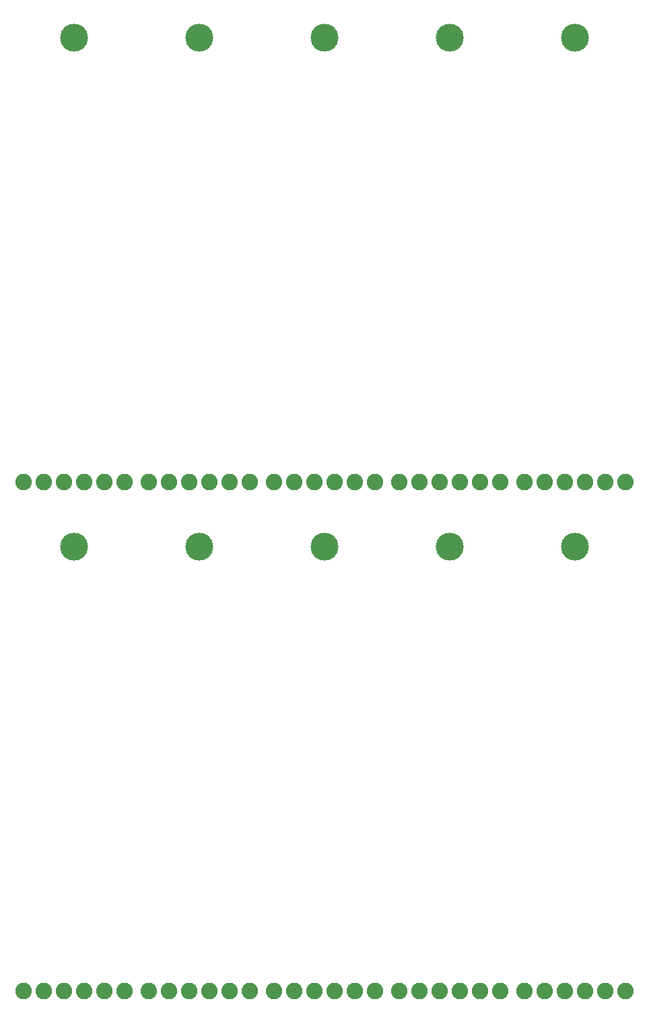
<source format=gbs>
G75*
%MOIN*%
%OFA0B0*%
%FSLAX25Y25*%
%IPPOS*%
%LPD*%
%AMOC8*
5,1,8,0,0,1.08239X$1,22.5*
%
%ADD10C,0.08200*%
%ADD11C,0.13800*%
D10*
X0033500Y0045000D03*
X0043500Y0045000D03*
X0053500Y0045000D03*
X0063500Y0045000D03*
X0073500Y0045000D03*
X0083500Y0045000D03*
X0095500Y0045000D03*
X0105500Y0045000D03*
X0115500Y0045000D03*
X0125500Y0045000D03*
X0135500Y0045000D03*
X0145500Y0045000D03*
X0157500Y0045000D03*
X0167500Y0045000D03*
X0177500Y0045000D03*
X0187500Y0045000D03*
X0197500Y0045000D03*
X0207500Y0045000D03*
X0219500Y0045000D03*
X0229500Y0045000D03*
X0239500Y0045000D03*
X0249500Y0045000D03*
X0259500Y0045000D03*
X0269500Y0045000D03*
X0281500Y0045000D03*
X0291500Y0045000D03*
X0301500Y0045000D03*
X0311500Y0045000D03*
X0321500Y0045000D03*
X0331500Y0045000D03*
X0331500Y0297000D03*
X0321500Y0297000D03*
X0311500Y0297000D03*
X0301500Y0297000D03*
X0291500Y0297000D03*
X0281500Y0297000D03*
X0269500Y0297000D03*
X0259500Y0297000D03*
X0249500Y0297000D03*
X0239500Y0297000D03*
X0229500Y0297000D03*
X0219500Y0297000D03*
X0207500Y0297000D03*
X0197500Y0297000D03*
X0187500Y0297000D03*
X0177500Y0297000D03*
X0167500Y0297000D03*
X0157500Y0297000D03*
X0145500Y0297000D03*
X0135500Y0297000D03*
X0125500Y0297000D03*
X0115500Y0297000D03*
X0105500Y0297000D03*
X0095500Y0297000D03*
X0083500Y0297000D03*
X0073500Y0297000D03*
X0063500Y0297000D03*
X0053500Y0297000D03*
X0043500Y0297000D03*
X0033500Y0297000D03*
D11*
X0058500Y0265000D03*
X0120500Y0265000D03*
X0182500Y0265000D03*
X0244500Y0265000D03*
X0306500Y0265000D03*
X0306500Y0517000D03*
X0244500Y0517000D03*
X0182500Y0517000D03*
X0120500Y0517000D03*
X0058500Y0517000D03*
M02*

</source>
